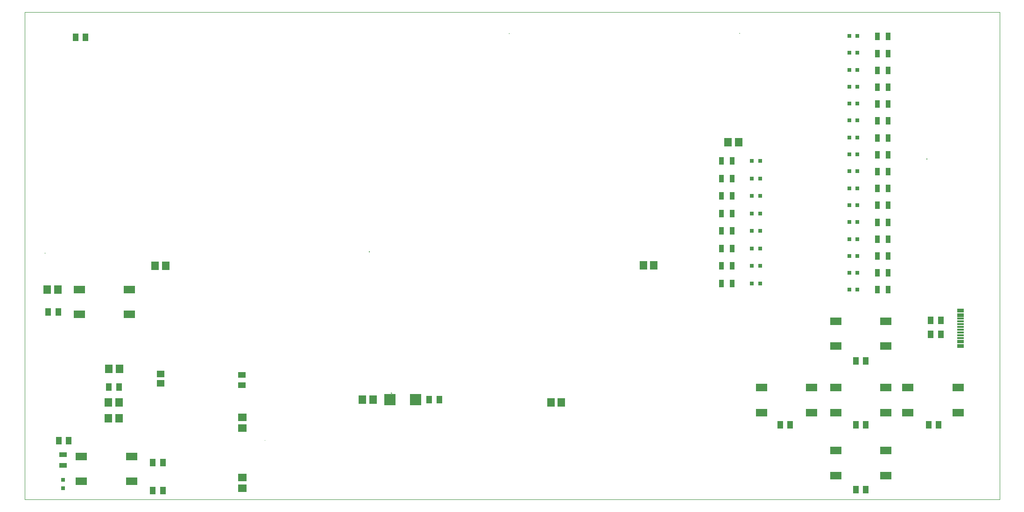
<source format=gtp>
%FSTAX23Y23*%
%MOIN*%
%SFA1B1*%

%IPPOS*%
%ADD19C,0.002360*%
%ADD20C,0.004720*%
%ADD21C,0.002700*%
%ADD22R,0.057090X0.037400*%
%ADD23R,0.031500X0.031500*%
%ADD24R,0.082680X0.055120*%
%ADD25R,0.041340X0.057090*%
%ADD26R,0.037400X0.057090*%
%ADD27R,0.045280X0.011810*%
%ADD28R,0.031500X0.031500*%
%ADD29R,0.078740X0.078740*%
%ADD30R,0.055120X0.059060*%
%ADD31R,0.057090X0.041340*%
%ADD32R,0.059060X0.055120*%
%ADD33R,0.055120X0.047240*%
%LN6502_carrier-1*%
%LPD*%
G54D19*
X06814Y04405D02*
D01*
X06814Y04405*
X06814Y04405*
X06814Y04405*
X06814Y04405*
X06814Y04405*
X06814Y04405*
X06814Y04405*
X06814Y04406*
X06814Y04406*
X06814Y04406*
X06814Y04406*
X06814Y04406*
X06814Y04406*
X06814Y04406*
X06813Y04406*
X06813Y04406*
X06813Y04406*
X06813Y04406*
X06813Y04406*
X06813Y04406*
X06813Y04406*
X06813Y04406*
X06813*
X06813Y04406*
X06813Y04406*
X06813Y04406*
X06812Y04406*
X06812Y04406*
X06812Y04406*
X06812Y04406*
X06812Y04406*
X06812Y04406*
X06812Y04406*
X06812Y04406*
X06812Y04406*
X06812Y04406*
X06812Y04406*
X06812Y04405*
X06812Y04405*
X06812Y04405*
X06812Y04405*
X06812Y04405*
X06812Y04405*
X06812Y04405*
X06812Y04405*
X06812Y04405*
X06812Y04405*
X06812Y04405*
X06812Y04405*
X06812Y04405*
X06812Y04404*
X06812Y04404*
X06812Y04404*
X06812Y04404*
X06812Y04404*
X06812Y04404*
X06812Y04404*
X06812Y04404*
X06812Y04404*
X06812Y04404*
X06812Y04404*
X06812Y04404*
X06812Y04404*
X06813Y04404*
X06813Y04404*
X06813Y04404*
X06813Y04404*
X06813*
X06813Y04404*
X06813Y04404*
X06813Y04404*
X06813Y04404*
X06813Y04404*
X06813Y04404*
X06813Y04404*
X06814Y04404*
X06814Y04404*
X06814Y04404*
X06814Y04404*
X06814Y04404*
X06814Y04404*
X06814Y04404*
X06814Y04404*
X06814Y04404*
X06814Y04405*
X06814Y04405*
X06814Y04405*
X06814Y04405*
X06814Y04405*
X06814Y04405*
X0815Y03507D02*
D01*
X0815Y03507*
X0815Y03507*
X0815Y03507*
X0815Y03507*
X08149Y03507*
X08149Y03507*
X08149Y03507*
X08149Y03507*
X08149Y03507*
X08149Y03507*
X08149Y03508*
X08149Y03508*
X08149Y03508*
X08149Y03508*
X08149Y03508*
X08149Y03508*
X08149Y03508*
X08149Y03508*
X08149Y03508*
X08149Y03508*
X08149Y03508*
X08148Y03508*
X08148*
X08148Y03508*
X08148Y03508*
X08148Y03508*
X08148Y03508*
X08148Y03508*
X08148Y03508*
X08148Y03508*
X08148Y03508*
X08148Y03508*
X08148Y03508*
X08148Y03508*
X08147Y03507*
X08147Y03507*
X08147Y03507*
X08147Y03507*
X08147Y03507*
X08147Y03507*
X08147Y03507*
X08147Y03507*
X08147Y03507*
X08147Y03507*
X08147Y03507*
X08147Y03507*
X08147Y03507*
X08147Y03506*
X08147Y03506*
X08147Y03506*
X08147Y03506*
X08147Y03506*
X08147Y03506*
X08147Y03506*
X08147Y03506*
X08148Y03506*
X08148Y03506*
X08148Y03506*
X08148Y03506*
X08148Y03506*
X08148Y03506*
X08148Y03506*
X08148Y03506*
X08148Y03506*
X08148Y03506*
X08148Y03506*
X08148Y03506*
X08148*
X08149Y03506*
X08149Y03506*
X08149Y03506*
X08149Y03506*
X08149Y03506*
X08149Y03506*
X08149Y03506*
X08149Y03506*
X08149Y03506*
X08149Y03506*
X08149Y03506*
X08149Y03506*
X08149Y03506*
X08149Y03506*
X08149Y03506*
X08149Y03506*
X08149Y03506*
X0815Y03506*
X0815Y03506*
X0815Y03507*
X0815Y03507*
X0815Y03507*
X05169Y04404D02*
D01*
X05169Y04404*
X05169Y04404*
X05169Y04404*
X05169Y04404*
X05169Y04404*
X05169Y04404*
X05169Y04404*
X05169Y04405*
X05169Y04405*
X05169Y04405*
X05169Y04405*
X05169Y04405*
X05169Y04405*
X05169Y04405*
X05168Y04405*
X05168Y04405*
X05168Y04405*
X05168Y04405*
X05168Y04405*
X05168Y04405*
X05168Y04405*
X05168Y04405*
X05168*
X05168Y04405*
X05168Y04405*
X05168Y04405*
X05167Y04405*
X05167Y04405*
X05167Y04405*
X05167Y04405*
X05167Y04405*
X05167Y04405*
X05167Y04405*
X05167Y04405*
X05167Y04405*
X05167Y04405*
X05167Y04405*
X05167Y04404*
X05167Y04404*
X05167Y04404*
X05167Y04404*
X05167Y04404*
X05167Y04404*
X05167Y04404*
X05167Y04404*
X05167Y04404*
X05167Y04404*
X05167Y04404*
X05167Y04404*
X05167Y04404*
X05167Y04403*
X05167Y04403*
X05167Y04403*
X05167Y04403*
X05167Y04403*
X05167Y04403*
X05167Y04403*
X05167Y04403*
X05167Y04403*
X05167Y04403*
X05167Y04403*
X05167Y04403*
X05167Y04403*
X05168Y04403*
X05168Y04403*
X05168Y04403*
X05168Y04403*
X05168*
X05168Y04403*
X05168Y04403*
X05168Y04403*
X05168Y04403*
X05168Y04403*
X05168Y04403*
X05168Y04403*
X05169Y04403*
X05169Y04403*
X05169Y04403*
X05169Y04403*
X05169Y04403*
X05169Y04403*
X05169Y04403*
X05169Y04403*
X05169Y04403*
X05169Y04404*
X05169Y04404*
X05169Y04404*
X05169Y04404*
X05169Y04404*
X05169Y04404*
X01856Y02834D02*
D01*
X01856Y02834*
X01856Y02834*
X01856Y02834*
X01856Y02834*
X01856Y02834*
X01856Y02835*
X01856Y02835*
X01856Y02835*
X01855Y02835*
X01855Y02835*
X01855Y02835*
X01855Y02835*
X01855Y02835*
X01855Y02835*
X01855Y02835*
X01855Y02835*
X01855Y02835*
X01855Y02835*
X01855Y02835*
X01855Y02835*
X01855Y02835*
X01855Y02835*
X01854*
X01854Y02835*
X01854Y02835*
X01854Y02835*
X01854Y02835*
X01854Y02835*
X01854Y02835*
X01854Y02835*
X01854Y02835*
X01854Y02835*
X01854Y02835*
X01854Y02835*
X01854Y02835*
X01854Y02835*
X01853Y02835*
X01853Y02835*
X01853Y02835*
X01853Y02834*
X01853Y02834*
X01853Y02834*
X01853Y02834*
X01853Y02834*
X01853Y02834*
X01853Y02834*
X01853Y02834*
X01853Y02834*
X01853Y02834*
X01853Y02834*
X01853Y02834*
X01853Y02834*
X01853Y02833*
X01854Y02833*
X01854Y02833*
X01854Y02833*
X01854Y02833*
X01854Y02833*
X01854Y02833*
X01854Y02833*
X01854Y02833*
X01854Y02833*
X01854Y02833*
X01854Y02833*
X01854Y02833*
X01854Y02833*
X01854Y02833*
X01855*
X01855Y02833*
X01855Y02833*
X01855Y02833*
X01855Y02833*
X01855Y02833*
X01855Y02833*
X01855Y02833*
X01855Y02833*
X01855Y02833*
X01855Y02833*
X01855Y02833*
X01855Y02833*
X01855Y02833*
X01856Y02833*
X01856Y02834*
X01856Y02834*
X01856Y02834*
X01856Y02834*
X01856Y02834*
X01856Y02834*
X01856Y02834*
X01856Y02834*
X04171Y02844D02*
D01*
X04171Y02844*
X04171Y02844*
X04171Y02844*
X04171Y02844*
X04171Y02844*
X04171Y02845*
X04171Y02845*
X04171Y02845*
X0417Y02845*
X0417Y02845*
X0417Y02845*
X0417Y02845*
X0417Y02845*
X0417Y02845*
X0417Y02845*
X0417Y02845*
X0417Y02845*
X0417Y02845*
X0417Y02845*
X0417Y02845*
X0417Y02845*
X0417Y02845*
X04169*
X04169Y02845*
X04169Y02845*
X04169Y02845*
X04169Y02845*
X04169Y02845*
X04169Y02845*
X04169Y02845*
X04169Y02845*
X04169Y02845*
X04169Y02845*
X04169Y02845*
X04169Y02845*
X04169Y02845*
X04168Y02845*
X04168Y02845*
X04168Y02845*
X04168Y02844*
X04168Y02844*
X04168Y02844*
X04168Y02844*
X04168Y02844*
X04168Y02844*
X04168Y02844*
X04168Y02844*
X04168Y02844*
X04168Y02844*
X04168Y02844*
X04168Y02844*
X04168Y02844*
X04168Y02843*
X04169Y02843*
X04169Y02843*
X04169Y02843*
X04169Y02843*
X04169Y02843*
X04169Y02843*
X04169Y02843*
X04169Y02843*
X04169Y02843*
X04169Y02843*
X04169Y02843*
X04169Y02843*
X04169Y02843*
X04169Y02843*
X0417*
X0417Y02843*
X0417Y02843*
X0417Y02843*
X0417Y02843*
X0417Y02843*
X0417Y02843*
X0417Y02843*
X0417Y02843*
X0417Y02843*
X0417Y02843*
X0417Y02843*
X0417Y02843*
X0417Y02843*
X04171Y02843*
X04171Y02844*
X04171Y02844*
X04171Y02844*
X04171Y02844*
X04171Y02844*
X04171Y02844*
X04171Y02844*
X04171Y02844*
X03426Y01495D02*
D01*
X03426Y01495*
X03426Y01495*
X03426Y01495*
X03426Y01495*
X03426Y01495*
X03426Y01496*
X03426Y01496*
X03426Y01496*
X03425Y01496*
X03425Y01496*
X03425Y01496*
X03425Y01496*
X03425Y01496*
X03425Y01496*
X03425Y01496*
X03425Y01496*
X03425Y01496*
X03425Y01496*
X03425Y01496*
X03425Y01496*
X03425Y01496*
X03425Y01496*
X03424*
X03424Y01496*
X03424Y01496*
X03424Y01496*
X03424Y01496*
X03424Y01496*
X03424Y01496*
X03424Y01496*
X03424Y01496*
X03424Y01496*
X03424Y01496*
X03424Y01496*
X03424Y01496*
X03424Y01496*
X03423Y01496*
X03423Y01496*
X03423Y01496*
X03423Y01495*
X03423Y01495*
X03423Y01495*
X03423Y01495*
X03423Y01495*
X03423Y01495*
X03423Y01495*
X03423Y01495*
X03423Y01495*
X03423Y01495*
X03423Y01495*
X03423Y01495*
X03423Y01494*
X03423Y01494*
X03424Y01494*
X03424Y01494*
X03424Y01494*
X03424Y01494*
X03424Y01494*
X03424Y01494*
X03424Y01494*
X03424Y01494*
X03424Y01494*
X03424Y01494*
X03424Y01494*
X03424Y01494*
X03424Y01494*
X03424Y01494*
X03425*
X03425Y01494*
X03425Y01494*
X03425Y01494*
X03425Y01494*
X03425Y01494*
X03425Y01494*
X03425Y01494*
X03425Y01494*
X03425Y01494*
X03425Y01494*
X03425Y01494*
X03425Y01494*
X03425Y01494*
X03426Y01494*
X03426Y01494*
X03426Y01495*
X03426Y01495*
X03426Y01495*
X03426Y01495*
X03426Y01495*
X03426Y01495*
X03426Y01495*
G54D20*
X0433Y01832D02*
D01*
X0433Y01832*
X0433Y01833*
X0433Y01833*
X04329Y01833*
X04329Y01833*
X04329Y01833*
X04329Y01833*
X04329Y01833*
X04329Y01834*
X04329Y01834*
X04329Y01834*
X04329Y01834*
X04329Y01834*
X04329Y01834*
X04328Y01834*
X04328Y01834*
X04328Y01834*
X04328Y01834*
X04328Y01834*
X04328Y01835*
X04327Y01835*
X04327Y01835*
X04327*
X04327Y01835*
X04327Y01835*
X04327Y01834*
X04326Y01834*
X04326Y01834*
X04326Y01834*
X04326Y01834*
X04326Y01834*
X04326Y01834*
X04326Y01834*
X04326Y01834*
X04325Y01834*
X04325Y01834*
X04325Y01833*
X04325Y01833*
X04325Y01833*
X04325Y01833*
X04325Y01833*
X04325Y01833*
X04325Y01833*
X04325Y01832*
X04325Y01832*
X04325Y01832*
X04325Y01832*
X04325Y01832*
X04325Y01832*
X04325Y01831*
X04325Y01831*
X04325Y01831*
X04325Y01831*
X04325Y01831*
X04325Y01831*
X04326Y01831*
X04326Y0183*
X04326Y0183*
X04326Y0183*
X04326Y0183*
X04326Y0183*
X04326Y0183*
X04326Y0183*
X04327Y0183*
X04327Y0183*
X04327Y0183*
X04327Y0183*
X04327*
X04327Y0183*
X04328Y0183*
X04328Y0183*
X04328Y0183*
X04328Y0183*
X04328Y0183*
X04328Y0183*
X04329Y0183*
X04329Y0183*
X04329Y0183*
X04329Y01831*
X04329Y01831*
X04329Y01831*
X04329Y01831*
X04329Y01831*
X04329Y01831*
X04329Y01831*
X04329Y01832*
X0433Y01832*
X0433Y01832*
X0433Y01832*
X0433Y01832*
G54D21*
X0867Y0107D02*
Y04555D01*
X0171D02*
X0867D01*
X0171Y0107D02*
Y04555D01*
Y0107D02*
X0867D01*
G54D22*
X01985Y01316D03*
Y01393D03*
G54D23*
X01985Y01211D03*
Y01152D03*
G54D24*
X075Y01693D03*
X07858D03*
X075Y0187D03*
X07858D03*
X075Y01243D03*
X07858D03*
X075Y0142D03*
X07858D03*
X08015Y01693D03*
X08373D03*
X08015Y0187D03*
X08373D03*
X075Y02168D03*
X07858D03*
X075Y02345D03*
X07858D03*
X0697Y01693D03*
X07328D03*
X0697Y0187D03*
X07328D03*
X02474Y01378D03*
X02115D03*
X02474Y01201D03*
X02115D03*
X021Y02396D03*
X02459D03*
X021Y02573D03*
X02459D03*
G54D25*
X08178Y0235D03*
X08251D03*
X08178Y0225D03*
X08251D03*
X07715Y01605D03*
X07643D03*
X07715Y01141D03*
X07643D03*
X08235Y01605D03*
X08163D03*
X07715Y02061D03*
X07643D03*
X07175Y01605D03*
X07103D03*
X04671Y01785D03*
X04598D03*
X01878Y0241D03*
X01951D03*
X02698Y01135D03*
X02625D03*
X02698Y01335D03*
X02625D03*
X02383Y01875D03*
X0231D03*
X02026Y0149D03*
X01953D03*
X02146Y04375D03*
X02073D03*
G54D26*
X06683Y0349D03*
X0676D03*
X06683Y03365D03*
X0676D03*
X06683Y0324D03*
X0676D03*
X06683Y03115D03*
X0676D03*
X06683Y0299D03*
X0676D03*
X06683Y02865D03*
X0676D03*
X06683Y0274D03*
X0676D03*
X06683Y02615D03*
X0676D03*
X07875Y0438D03*
X07798D03*
X07875Y04259D03*
X07798D03*
X07875Y04138D03*
X07798D03*
X07875Y04018D03*
X07798D03*
X07875Y03897D03*
X07798D03*
X07875Y03777D03*
X07798D03*
X07875Y03656D03*
X07798D03*
X07875Y03536D03*
X07798D03*
X07875Y03415D03*
X07798D03*
X07875Y03294D03*
X07798D03*
X07875Y03174D03*
X07798D03*
X07875Y03053D03*
X07798D03*
X07875Y02933D03*
X07798D03*
X07875Y02812D03*
X07798D03*
X07875Y02692D03*
X07798D03*
X07875Y02571D03*
X07798D03*
G54D27*
X08392Y02226D03*
Y02245D03*
Y02175D03*
Y02163D03*
X08392Y02206D03*
Y02194D03*
Y02395D03*
Y02383D03*
X08392Y02265D03*
Y02285D03*
Y02305D03*
Y02324D03*
Y02344D03*
Y02364D03*
Y02415D03*
Y02427D03*
G54D28*
X06961Y0349D03*
X06902D03*
X06961Y03365D03*
X06902D03*
X06961Y0324D03*
X06902D03*
X06961Y03115D03*
X06902D03*
X06961Y0299D03*
X06902D03*
X06961Y02866D03*
X06902D03*
X06961Y02741D03*
X06902D03*
X06961Y02616D03*
X06902D03*
X07597Y04385D03*
X07656D03*
X07597Y04264D03*
X07656D03*
X07597Y04143D03*
X07656D03*
X07597Y04022D03*
X07656D03*
X07597Y03901D03*
X07656D03*
X07597Y0378D03*
X07656D03*
X07597Y03659D03*
X07656D03*
X07597Y03538D03*
X07656D03*
X07597Y03417D03*
X07656D03*
X07597Y03296D03*
X07656D03*
X07597Y03175D03*
X07656D03*
X07597Y03054D03*
X07656D03*
X07597Y02933D03*
X07656D03*
X07597Y02812D03*
X07656D03*
X07597Y02691D03*
X07656D03*
X07597Y0257D03*
X07656D03*
G54D29*
X04319Y01785D03*
X045D03*
G54D30*
X04197Y01785D03*
X04122D03*
X06127Y02745D03*
X06202D03*
X01872Y0257D03*
X01947D03*
X02312Y02005D03*
X02387D03*
X05467Y01765D03*
X05542D03*
X02309Y0165D03*
X02384D03*
X02309Y01765D03*
X02384D03*
X06732Y03625D03*
X06807D03*
X02642Y0274D03*
X02717D03*
G54D31*
X03261Y01961D03*
Y01888D03*
G54D32*
X03266Y01152D03*
Y01227D03*
Y01657D03*
Y01582D03*
G54D33*
X02681Y01968D03*
Y01901D03*
M02*
</source>
